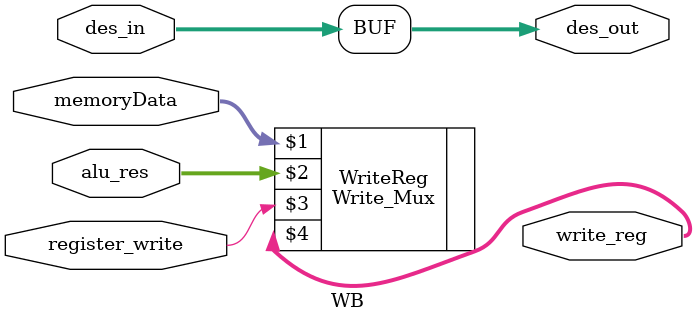
<source format=v>
`timescale 1ns / 1ps
module WB(
		input [31:0] memoryData,
		input [31:0] alu_res,
		input [31:0] des_in,
		input register_write,
		output [31:0] des_out,
		output [4:0] write_reg
    );
		assign des_out=des_in;
		//instance
		Write_Mux WriteReg(memoryData,alu_res,register_write,write_reg);

endmodule

</source>
